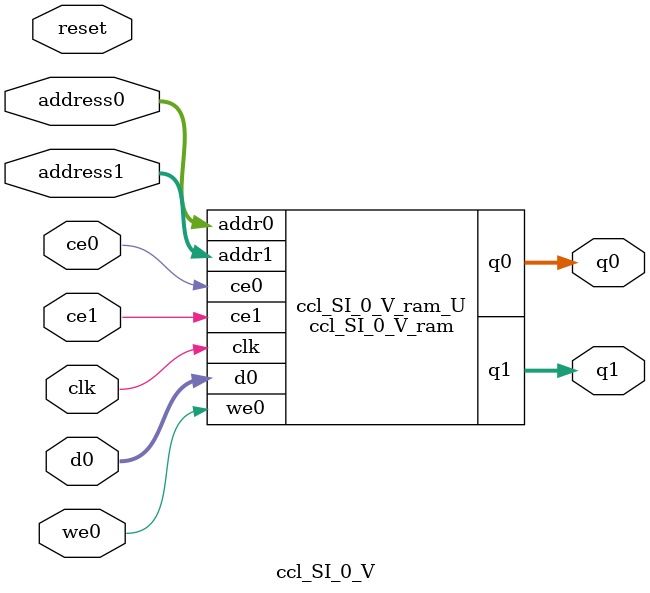
<source format=v>
`timescale 1 ns / 1 ps
module ccl_SI_0_V_ram (addr0, ce0, d0, we0, q0, addr1, ce1, q1,  clk);

parameter DWIDTH = 32;
parameter AWIDTH = 9;
parameter MEM_SIZE = 480;

input[AWIDTH-1:0] addr0;
input ce0;
input[DWIDTH-1:0] d0;
input we0;
output reg[DWIDTH-1:0] q0;
input[AWIDTH-1:0] addr1;
input ce1;
output reg[DWIDTH-1:0] q1;
input clk;

(* ram_style = "block" *)reg [DWIDTH-1:0] ram[0:MEM_SIZE-1];




always @(posedge clk)  
begin 
    if (ce0) 
    begin
        if (we0) 
        begin 
            ram[addr0] <= d0; 
        end 
        q0 <= ram[addr0];
    end
end


always @(posedge clk)  
begin 
    if (ce1) 
    begin
        q1 <= ram[addr1];
    end
end


endmodule

`timescale 1 ns / 1 ps
module ccl_SI_0_V(
    reset,
    clk,
    address0,
    ce0,
    we0,
    d0,
    q0,
    address1,
    ce1,
    q1);

parameter DataWidth = 32'd32;
parameter AddressRange = 32'd480;
parameter AddressWidth = 32'd9;
input reset;
input clk;
input[AddressWidth - 1:0] address0;
input ce0;
input we0;
input[DataWidth - 1:0] d0;
output[DataWidth - 1:0] q0;
input[AddressWidth - 1:0] address1;
input ce1;
output[DataWidth - 1:0] q1;



ccl_SI_0_V_ram ccl_SI_0_V_ram_U(
    .clk( clk ),
    .addr0( address0 ),
    .ce0( ce0 ),
    .we0( we0 ),
    .d0( d0 ),
    .q0( q0 ),
    .addr1( address1 ),
    .ce1( ce1 ),
    .q1( q1 ));

endmodule


</source>
